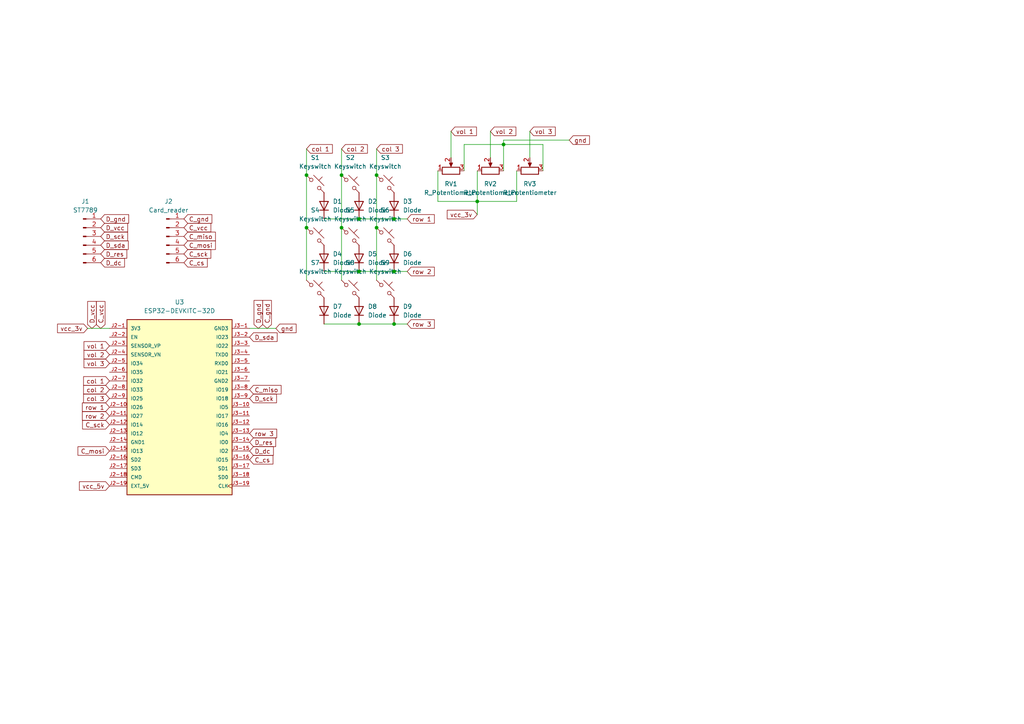
<source format=kicad_sch>
(kicad_sch (version 20231120) (generator "eeschema") (generator_version "8.0")
  (paper "A4")
  (lib_symbols
    (symbol "Connector:Conn_01x06_Pin" (pin_names (offset 1.016) hide)
      (property "Reference" "J" (at 0 7.62 0))
      (property "Value" "Conn_01x06_Pin" (at 0 -10.16 0))
      (symbol "Conn_01x06_Pin_1_1"
        (polyline (pts (xy 1.27 -7.62) (xy 0.8636 -7.62)) (stroke (width 0.1524)))
        (polyline (pts (xy 1.27 -5.08) (xy 0.8636 -5.08)) (stroke (width 0.1524)))
        (polyline (pts (xy 1.27 -2.54) (xy 0.8636 -2.54)) (stroke (width 0.1524)))
        (polyline (pts (xy 1.27 0) (xy 0.8636 0)) (stroke (width 0.1524)))
        (polyline (pts (xy 1.27 2.54) (xy 0.8636 2.54)) (stroke (width 0.1524)))
        (polyline (pts (xy 1.27 5.08) (xy 0.8636 5.08)) (stroke (width 0.1524)))
        (rectangle (start 0.8636 -7.493) (end 0 -7.747) (stroke (width 0.1524)) (fill (type outline)))
        (rectangle (start 0.8636 -4.953) (end 0 -5.207) (stroke (width 0.1524)) (fill (type outline)))
        (rectangle (start 0.8636 -2.413) (end 0 -2.667) (stroke (width 0.1524)) (fill (type outline)))
        (rectangle (start 0.8636 0.127) (end 0 -0.127) (stroke (width 0.1524)) (fill (type outline)))
        (rectangle (start 0.8636 2.667) (end 0 2.413) (stroke (width 0.1524)) (fill (type outline)))
        (rectangle (start 0.8636 5.207) (end 0 4.953) (stroke (width 0.1524)) (fill (type outline)))
        (pin passive line (at 5.08 5.08 180) (length 3.81) (name "Pin_1") (number "1"))
        (pin passive line (at 5.08 2.54 180) (length 3.81) (name "Pin_2") (number "2"))
        (pin passive line (at 5.08 0 180) (length 3.81) (name "Pin_3") (number "3"))
        (pin passive line (at 5.08 -2.54 180) (length 3.81) (name "Pin_4") (number "4"))
        (pin passive line (at 5.08 -5.08 180) (length 3.81) (name "Pin_5") (number "5"))
        (pin passive line (at 5.08 -7.62 180) (length 3.81) (name "Pin_6") (number "6"))
      )
    )
    (symbol "Device:R_Potentiometer" (pin_names (offset 1.016) hide)
      (property "Reference" "RV" (at -4.445 0 90))
      (property "Value" "R_Potentiometer" (at -2.54 0 90))
      (symbol "R_Potentiometer_0_1"
        (polyline (pts (xy 2.54 0) (xy 1.524 0)))
        (polyline (pts (xy 1.143 0) (xy 2.286 0.508) (xy 2.286 -0.508) (xy 1.143 0)) (fill (type outline)))
        (rectangle (start 1.016 2.54) (end -1.016 -2.54) (stroke (width 0.254)))
      )
      (symbol "R_Potentiometer_1_1"
        (pin passive line (at 0 3.81 270) (length 1.27) (name "1") (number "1"))
        (pin passive line (at 3.81 0 180) (length 1.27) (name "2") (number "2"))
        (pin passive line (at 0 -3.81 90) (length 1.27) (name "3") (number "3"))
      )
    )
    (symbol "ESP32-DEVKITC-32D:ESP32-DEVKITC-32D" (pin_names (offset 1.016))
      (property "Reference" "U" (at -15.2572 26.0643 0))
      (property "Value" "ESP32-DEVKITC-32D" (at -15.2563 -27.9698 0))
      (symbol "ESP32-DEVKITC-32D_0_0"
        (rectangle (start -15.24 -25.4) (end 15.24 25.4) (stroke (width 0.254)) (fill (type background)))
        (pin power_in line (at -20.32 22.86 0) (length 5.08) (name "3V3") (number "J2-1"))
        (pin bidirectional line (at -20.32 0 0) (length 5.08) (name "IO26") (number "J2-10"))
        (pin bidirectional line (at -20.32 -2.54 0) (length 5.08) (name "IO27") (number "J2-11"))
        (pin bidirectional line (at -20.32 -5.08 0) (length 5.08) (name "IO14") (number "J2-12"))
        (pin bidirectional line (at -20.32 -7.62 0) (length 5.08) (name "IO12") (number "J2-13"))
        (pin power_in line (at -20.32 -10.16 0) (length 5.08) (name "GND1") (number "J2-14"))
        (pin bidirectional line (at -20.32 -12.7 0) (length 5.08) (name "IO13") (number "J2-15"))
        (pin bidirectional line (at -20.32 -15.24 0) (length 5.08) (name "SD2") (number "J2-16"))
        (pin bidirectional line (at -20.32 -17.78 0) (length 5.08) (name "SD3") (number "J2-17"))
        (pin bidirectional line (at -20.32 -20.32 0) (length 5.08) (name "CMD") (number "J2-18"))
        (pin power_in line (at -20.32 -22.86 0) (length 5.08) (name "EXT_5V") (number "J2-19"))
        (pin input line (at -20.32 20.32 0) (length 5.08) (name "EN") (number "J2-2"))
        (pin input line (at -20.32 17.78 0) (length 5.08) (name "SENSOR_VP") (number "J2-3"))
        (pin input line (at -20.32 15.24 0) (length 5.08) (name "SENSOR_VN") (number "J2-4"))
        (pin bidirectional line (at -20.32 12.7 0) (length 5.08) (name "IO34") (number "J2-5"))
        (pin bidirectional line (at -20.32 10.16 0) (length 5.08) (name "IO35") (number "J2-6"))
        (pin bidirectional line (at -20.32 7.62 0) (length 5.08) (name "IO32") (number "J2-7"))
        (pin bidirectional line (at -20.32 5.08 0) (length 5.08) (name "IO33") (number "J2-8"))
        (pin bidirectional line (at -20.32 2.54 0) (length 5.08) (name "IO25") (number "J2-9"))
        (pin power_in line (at 20.32 22.86 180) (length 5.08) (name "GND3") (number "J3-1"))
        (pin bidirectional line (at 20.32 0 180) (length 5.08) (name "IO5") (number "J3-10"))
        (pin bidirectional line (at 20.32 -2.54 180) (length 5.08) (name "IO17") (number "J3-11"))
        (pin bidirectional line (at 20.32 -5.08 180) (length 5.08) (name "IO16") (number "J3-12"))
        (pin bidirectional line (at 20.32 -7.62 180) (length 5.08) (name "IO4") (number "J3-13"))
        (pin bidirectional line (at 20.32 -10.16 180) (length 5.08) (name "IO0") (number "J3-14"))
        (pin bidirectional line (at 20.32 -12.7 180) (length 5.08) (name "IO2") (number "J3-15"))
        (pin bidirectional line (at 20.32 -15.24 180) (length 5.08) (name "IO15") (number "J3-16"))
        (pin bidirectional line (at 20.32 -17.78 180) (length 5.08) (name "SD1") (number "J3-17"))
        (pin bidirectional line (at 20.32 -20.32 180) (length 5.08) (name "SD0") (number "J3-18"))
        (pin input clock (at 20.32 -22.86 180) (length 5.08) (name "CLK") (number "J3-19"))
        (pin bidirectional line (at 20.32 20.32 180) (length 5.08) (name "IO23") (number "J3-2"))
        (pin bidirectional line (at 20.32 17.78 180) (length 5.08) (name "IO22") (number "J3-3"))
        (pin output line (at 20.32 15.24 180) (length 5.08) (name "TXD0") (number "J3-4"))
        (pin input line (at 20.32 12.7 180) (length 5.08) (name "RXD0") (number "J3-5"))
        (pin bidirectional line (at 20.32 10.16 180) (length 5.08) (name "IO21") (number "J3-6"))
        (pin power_in line (at 20.32 7.62 180) (length 5.08) (name "GND2") (number "J3-7"))
        (pin bidirectional line (at 20.32 5.08 180) (length 5.08) (name "IO19") (number "J3-8"))
        (pin bidirectional line (at 20.32 2.54 180) (length 5.08) (name "IO18") (number "J3-9"))
      )
    )
    (symbol "ScottoKeebs:Placeholder_Diode" (pin_numbers hide) (pin_names hide)
      (property "Reference" "D" (at 0 2.54 0))
      (property "Value" "Diode" (at 0 -2.54 0))
      (symbol "Placeholder_Diode_0_1"
        (polyline (pts (xy -1.27 1.27) (xy -1.27 -1.27)) (stroke (width 0.254)))
        (polyline (pts (xy 1.27 0) (xy -1.27 0)))
        (polyline (pts (xy 1.27 1.27) (xy 1.27 -1.27) (xy -1.27 0) (xy 1.27 1.27)) (stroke (width 0.254)))
      )
      (symbol "Placeholder_Diode_1_1"
        (pin passive line (at -3.81 0 0) (length 2.54) (name "K") (number "1"))
        (pin passive line (at 3.81 0 180) (length 2.54) (name "A") (number "2"))
      )
    )
    (symbol "ScottoKeebs:Placeholder_Keyswitch" (pin_numbers hide) (pin_names (offset 1.016) hide)
      (property "Reference" "S" (at 3.048 1.016 0))
      (property "Value" "Keyswitch" (at 0 -3.81 0))
      (symbol "Placeholder_Keyswitch_0_1"
        (circle (center -1.1684 1.1684) (radius 0.508))
        (polyline (pts (xy -0.508 2.54) (xy 2.54 -0.508)))
        (polyline (pts (xy 1.016 1.016) (xy 2.032 2.032)))
        (polyline (pts (xy -2.54 2.54) (xy -1.524 1.524) (xy -1.524 1.524)))
        (polyline (pts (xy 1.524 -1.524) (xy 2.54 -2.54) (xy 2.54 -2.54) (xy 2.54 -2.54)))
        (circle (center 1.143 -1.1938) (radius 0.508))
        (pin passive line (at -2.54 2.54 0) (length 0) (name "1") (number "1"))
        (pin passive line (at 2.54 -2.54 180) (length 0) (name "2") (number "2"))
      )
    )
  )
  (junction (at 114.3 78.74))
  (junction (at 88.9 50.8))
  (junction (at 114.3 93.98))
  (junction (at 88.9 66.04))
  (junction (at 138.43 58.42))
  (junction (at 109.22 50.8))
  (junction (at 104.14 93.98))
  (junction (at 104.14 63.5))
  (junction (at 114.3 63.5))
  (junction (at 109.22 66.04))
  (junction (at 99.06 50.8))
  (junction (at 99.06 66.04))
  (junction (at 104.14 78.74))
  (junction (at 146.05 41.91))
  (wire (pts (xy 134.62 49.53) (xy 134.62 41.91)))
  (wire (pts (xy 104.14 78.74) (xy 114.3 78.74)))
  (wire (pts (xy 93.98 78.74) (xy 104.14 78.74)))
  (wire (pts (xy 146.05 41.91) (xy 157.48 41.91)))
  (wire (pts (xy 118.11 93.98) (xy 114.3 93.98)))
  (wire (pts (xy 149.86 49.53) (xy 149.86 58.42)))
  (wire (pts (xy 127 49.53) (xy 127 58.42)))
  (wire (pts (xy 99.06 50.8) (xy 99.06 66.04)))
  (wire (pts (xy 138.43 58.42) (xy 138.43 49.53)))
  (wire (pts (xy 99.06 66.04) (xy 99.06 81.28)))
  (wire (pts (xy 88.9 50.8) (xy 88.9 66.04)))
  (wire (pts (xy 109.22 50.8) (xy 109.22 66.04)))
  (wire (pts (xy 146.05 41.91) (xy 146.05 49.53)))
  (wire (pts (xy 118.11 63.5) (xy 114.3 63.5)))
  (wire (pts (xy 138.43 58.42) (xy 149.86 58.42)))
  (wire (pts (xy 93.98 63.5) (xy 104.14 63.5)))
  (wire (pts (xy 104.14 93.98) (xy 114.3 93.98)))
  (wire (pts (xy 88.9 43.18) (xy 88.9 50.8)))
  (wire (pts (xy 142.24 38.1) (xy 142.24 45.72)))
  (wire (pts (xy 93.98 93.98) (xy 104.14 93.98)))
  (wire (pts (xy 153.67 38.1) (xy 153.67 45.72)))
  (wire (pts (xy 104.14 63.5) (xy 114.3 63.5)))
  (wire (pts (xy 99.06 43.18) (xy 99.06 50.8)))
  (wire (pts (xy 88.9 66.04) (xy 88.9 81.28)))
  (wire (pts (xy 127 58.42) (xy 138.43 58.42)))
  (wire (pts (xy 157.48 41.91) (xy 157.48 49.53)))
  (wire (pts (xy 109.22 43.18) (xy 109.22 50.8)))
  (wire (pts (xy 130.81 38.1) (xy 130.81 45.72)))
  (wire (pts (xy 138.43 62.23) (xy 138.43 58.42)))
  (wire (pts (xy 118.11 78.74) (xy 114.3 78.74)))
  (wire (pts (xy 80.01 95.25) (xy 72.39 95.25)))
  (wire (pts (xy 109.22 66.04) (xy 109.22 81.28)))
  (wire (pts (xy 146.05 40.64) (xy 146.05 41.91)))
  (wire (pts (xy 25.4 95.25) (xy 31.75 95.25)))
  (wire (pts (xy 165.1 40.64) (xy 146.05 40.64)))
  (wire (pts (xy 134.62 41.91) (xy 146.05 41.91)))
  (global_label "C_miso" (shape input) (at 53.34 68.58 0) (property "Intersheetrefs" "${INTERSHEET_REFS}" (effects (hide yes))))
  (global_label "vcc_5v" (shape input) (at 31.75 140.97 180) (property "Intersheetrefs" "${INTERSHEET_REFS}" (effects (hide yes))))
  (global_label "vcc_3v" (shape input) (at 138.43 62.23 180) (property "Intersheetrefs" "${INTERSHEET_REFS}" (effects (hide yes))))
  (global_label "C_sck" (shape input) (at 53.34 73.66 0) (property "Intersheetrefs" "${INTERSHEET_REFS}" (effects (hide yes))))
  (global_label "row 1" (shape input) (at 31.75 118.11 180) (property "Intersheetrefs" "${INTERSHEET_REFS}" (effects (hide yes))))
  (global_label "D_gnd" (shape input) (at 29.21 63.5 0) (property "Intersheetrefs" "${INTERSHEET_REFS}" (effects (hide yes))))
  (global_label "gnd" (shape input) (at 165.1 40.64 0) (property "Intersheetrefs" "${INTERSHEET_REFS}" (effects (hide yes))))
  (global_label "col 3" (shape input) (at 31.75 115.57 180) (property "Intersheetrefs" "${INTERSHEET_REFS}" (effects (hide yes))))
  (global_label "C_gnd" (shape input) (at 53.34 63.5 0) (property "Intersheetrefs" "${INTERSHEET_REFS}" (effects (hide yes))))
  (global_label "C_vcc" (shape input) (at 29.21 95.25 90) (property "Intersheetrefs" "${INTERSHEET_REFS}" (effects (hide yes))))
  (global_label "col 2" (shape input) (at 31.75 113.03 180) (property "Intersheetrefs" "${INTERSHEET_REFS}" (effects (hide yes))))
  (global_label "vol 2" (shape input) (at 31.75 102.87 180) (property "Intersheetrefs" "${INTERSHEET_REFS}" (effects (hide yes))))
  (global_label "D_vcc" (shape input) (at 26.67 95.25 90) (property "Intersheetrefs" "${INTERSHEET_REFS}" (effects (hide yes))))
  (global_label "vol 1" (shape input) (at 31.75 100.33 180) (property "Intersheetrefs" "${INTERSHEET_REFS}" (effects (hide yes))))
  (global_label "row 2" (shape input) (at 118.11 78.74 0) (property "Intersheetrefs" "${INTERSHEET_REFS}" (effects (hide yes))))
  (global_label "D_dc" (shape input) (at 72.39 130.81 0) (property "Intersheetrefs" "${INTERSHEET_REFS}" (effects (hide yes))))
  (global_label "col 1" (shape input) (at 88.9 43.18 0) (property "Intersheetrefs" "${INTERSHEET_REFS}" (effects (hide yes))))
  (global_label "C_cs" (shape input) (at 72.39 133.35 0) (property "Intersheetrefs" "${INTERSHEET_REFS}" (effects (hide yes))))
  (global_label "C_cs" (shape input) (at 53.34 76.2 0) (property "Intersheetrefs" "${INTERSHEET_REFS}" (effects (hide yes))))
  (global_label "col 2" (shape input) (at 99.06 43.18 0) (property "Intersheetrefs" "${INTERSHEET_REFS}" (effects (hide yes))))
  (global_label "D_gnd" (shape input) (at 74.93 95.25 90) (property "Intersheetrefs" "${INTERSHEET_REFS}" (effects (hide yes))))
  (global_label "D_sda" (shape input) (at 72.39 97.79 0) (property "Intersheetrefs" "${INTERSHEET_REFS}" (effects (hide yes))))
  (global_label "D_sda" (shape input) (at 29.21 71.12 0) (property "Intersheetrefs" "${INTERSHEET_REFS}" (effects (hide yes))))
  (global_label "C_miso" (shape input) (at 72.39 113.03 0) (property "Intersheetrefs" "${INTERSHEET_REFS}" (effects (hide yes))))
  (global_label "vol 3" (shape input) (at 153.67 38.1 0) (property "Intersheetrefs" "${INTERSHEET_REFS}" (effects (hide yes))))
  (global_label "row 2" (shape input) (at 31.75 120.65 180) (property "Intersheetrefs" "${INTERSHEET_REFS}" (effects (hide yes))))
  (global_label "vol 1" (shape input) (at 130.81 38.1 0) (property "Intersheetrefs" "${INTERSHEET_REFS}" (effects (hide yes))))
  (global_label "gnd" (shape input) (at 80.01 95.25 0) (property "Intersheetrefs" "${INTERSHEET_REFS}" (effects (hide yes))))
  (global_label "D_sck" (shape input) (at 72.39 115.57 0) (property "Intersheetrefs" "${INTERSHEET_REFS}" (effects (hide yes))))
  (global_label "C_mosi" (shape input) (at 53.34 71.12 0) (property "Intersheetrefs" "${INTERSHEET_REFS}" (effects (hide yes))))
  (global_label "vol 3" (shape input) (at 31.75 105.41 180) (property "Intersheetrefs" "${INTERSHEET_REFS}" (effects (hide yes))))
  (global_label "vol 2" (shape input) (at 142.24 38.1 0) (property "Intersheetrefs" "${INTERSHEET_REFS}" (effects (hide yes))))
  (global_label "row 1" (shape input) (at 118.11 63.5 0) (property "Intersheetrefs" "${INTERSHEET_REFS}" (effects (hide yes))))
  (global_label "D_sck" (shape input) (at 29.21 68.58 0) (property "Intersheetrefs" "${INTERSHEET_REFS}" (effects (hide yes))))
  (global_label "D_res" (shape input) (at 29.21 73.66 0) (property "Intersheetrefs" "${INTERSHEET_REFS}" (effects (hide yes))))
  (global_label "D_dc" (shape input) (at 29.21 76.2 0) (property "Intersheetrefs" "${INTERSHEET_REFS}" (effects (hide yes))))
  (global_label "vcc_3v" (shape input) (at 25.4 95.25 180) (property "Intersheetrefs" "${INTERSHEET_REFS}" (effects (hide yes))))
  (global_label "D_res" (shape input) (at 72.39 128.27 0) (property "Intersheetrefs" "${INTERSHEET_REFS}" (effects (hide yes))))
  (global_label "C_mosi" (shape input) (at 31.75 130.81 180) (property "Intersheetrefs" "${INTERSHEET_REFS}" (effects (hide yes))))
  (global_label "col 1" (shape input) (at 31.75 110.49 180) (property "Intersheetrefs" "${INTERSHEET_REFS}" (effects (hide yes))))
  (global_label "C_gnd" (shape input) (at 77.47 95.25 90) (property "Intersheetrefs" "${INTERSHEET_REFS}" (effects (hide yes))))
  (global_label "col 3" (shape input) (at 109.22 43.18 0) (property "Intersheetrefs" "${INTERSHEET_REFS}" (effects (hide yes))))
  (global_label "D_vcc" (shape input) (at 29.21 66.04 0) (property "Intersheetrefs" "${INTERSHEET_REFS}" (effects (hide yes))))
  (global_label "row 3" (shape input) (at 118.11 93.98 0) (property "Intersheetrefs" "${INTERSHEET_REFS}" (effects (hide yes))))
  (global_label "row 3" (shape input) (at 72.39 125.73 0) (property "Intersheetrefs" "${INTERSHEET_REFS}" (effects (hide yes))))
  (global_label "C_vcc" (shape input) (at 53.34 66.04 0) (property "Intersheetrefs" "${INTERSHEET_REFS}" (effects (hide yes))))
  (global_label "C_sck" (shape input) (at 31.75 123.19 180) (property "Intersheetrefs" "${INTERSHEET_REFS}" (effects (hide yes))))
  (symbol (lib_id "ScottoKeebs:Placeholder_Diode") (at 104.14 90.17 90) (unit 1)
    (property "Reference" "D8" (at 106.68 88.8999 90) (effects (justify right)))
    (property "Value" "Diode" (at 106.68 91.4399 90) (effects (justify right)))
    (property "Footprint" "ScottoKeebs_Scotto:DO-35" (effects (hide yes)))
    (property "Description" "1N4148 (DO-35) or 1N4148W (SOD-123)" (effects (hide yes)))
    (property "Sim.Device" "D" (effects (hide yes)))
    (property "Sim.Pins" "1=K 2=A" (effects (hide yes)))
  )
  (symbol (lib_id "ScottoKeebs:Placeholder_Diode") (at 114.3 59.69 90) (unit 1)
    (property "Reference" "D3" (at 116.84 58.4199 90) (effects (justify right)))
    (property "Value" "Diode" (at 116.84 60.9599 90) (effects (justify right)))
    (property "Footprint" "ScottoKeebs_Scotto:DO-35" (effects (hide yes)))
    (property "Description" "1N4148 (DO-35) or 1N4148W (SOD-123)" (effects (hide yes)))
    (property "Sim.Device" "D" (effects (hide yes)))
    (property "Sim.Pins" "1=K 2=A" (effects (hide yes)))
  )
  (symbol (lib_id "ScottoKeebs:Placeholder_Keyswitch") (at 91.44 53.34 0) (unit 1)
    (property "Reference" "S1" (at 91.44 45.72 0))
    (property "Value" "Keyswitch" (at 91.44 48.26 0))
    (property "Footprint" "ScottoKeebs_MX:MX_PCB_1.00u" (effects (hide yes)))
    (property "Description" "Push button switch, normally open, two pins, 45° tilted" (effects (hide yes)))
  )
  (symbol (lib_id "Device:R_Potentiometer") (at 142.24 49.53 90) (unit 1)
    (property "Reference" "RV2" (at 142.24 53.34 90))
    (property "Value" "R_Potentiometer" (at 142.24 55.88 90))
    (property "Footprint" "Potentiometer_THT:Potentiometer_Alpha_RD901F-40-00D_Single_Vertical" (effects (hide yes)))
    (property "Description" "Potentiometer" (effects (hide yes)))
  )
  (symbol (lib_id "ScottoKeebs:Placeholder_Diode") (at 114.3 74.93 90) (unit 1)
    (property "Reference" "D6" (at 116.84 73.6599 90) (effects (justify right)))
    (property "Value" "Diode" (at 116.84 76.1999 90) (effects (justify right)))
    (property "Footprint" "ScottoKeebs_Scotto:DO-35" (effects (hide yes)))
    (property "Description" "1N4148 (DO-35) or 1N4148W (SOD-123)" (effects (hide yes)))
    (property "Sim.Device" "D" (effects (hide yes)))
    (property "Sim.Pins" "1=K 2=A" (effects (hide yes)))
  )
  (symbol (lib_id "ScottoKeebs:Placeholder_Diode") (at 114.3 90.17 90) (unit 1)
    (property "Reference" "D9" (at 116.84 88.8999 90) (effects (justify right)))
    (property "Value" "Diode" (at 116.84 91.4399 90) (effects (justify right)))
    (property "Footprint" "ScottoKeebs_Scotto:DO-35" (effects (hide yes)))
    (property "Description" "1N4148 (DO-35) or 1N4148W (SOD-123)" (effects (hide yes)))
    (property "Sim.Device" "D" (effects (hide yes)))
    (property "Sim.Pins" "1=K 2=A" (effects (hide yes)))
  )
  (symbol (lib_id "ScottoKeebs:Placeholder_Diode") (at 93.98 59.69 90) (unit 1)
    (property "Reference" "D1" (at 96.52 58.4199 90) (effects (justify right)))
    (property "Value" "Diode" (at 96.52 60.9599 90) (effects (justify right)))
    (property "Footprint" "ScottoKeebs_Scotto:DO-35" (effects (hide yes)))
    (property "Description" "1N4148 (DO-35) or 1N4148W (SOD-123)" (effects (hide yes)))
    (property "Sim.Device" "D" (effects (hide yes)))
    (property "Sim.Pins" "1=K 2=A" (effects (hide yes)))
  )
  (symbol (lib_id "Device:R_Potentiometer") (at 153.67 49.53 90) (unit 1)
    (property "Reference" "RV3" (at 153.67 53.34 90))
    (property "Value" "R_Potentiometer" (at 153.67 55.88 90))
    (property "Footprint" "Potentiometer_THT:Potentiometer_Alpha_RD901F-40-00D_Single_Vertical" (effects (hide yes)))
    (property "Description" "Potentiometer" (effects (hide yes)))
  )
  (symbol (lib_id "Connector:Conn_01x06_Pin") (at 24.13 68.58 0) (unit 1)
    (property "Reference" "J1" (at 24.765 58.42 0))
    (property "Value" "ST7789" (at 24.765 60.96 0))
    (property "Footprint" "Connector_PinHeader_2.54mm:PinHeader_1x06_P2.54mm_Vertical" (effects (hide yes)))
    (property "Description" "Generic connector, single row, 01x06, script generated" (effects (hide yes)))
  )
  (symbol (lib_id "ScottoKeebs:Placeholder_Keyswitch") (at 111.76 83.82 0) (unit 1)
    (property "Reference" "S9" (at 111.76 76.2 0))
    (property "Value" "Keyswitch" (at 111.76 78.74 0))
    (property "Footprint" "ScottoKeebs_MX:MX_PCB_1.00u" (effects (hide yes)))
    (property "Description" "Push button switch, normally open, two pins, 45° tilted" (effects (hide yes)))
  )
  (symbol (lib_id "ScottoKeebs:Placeholder_Keyswitch") (at 111.76 68.58 0) (unit 1)
    (property "Reference" "S6" (at 111.76 60.96 0))
    (property "Value" "Keyswitch" (at 111.76 63.5 0))
    (property "Footprint" "ScottoKeebs_MX:MX_PCB_1.00u" (effects (hide yes)))
    (property "Description" "Push button switch, normally open, two pins, 45° tilted" (effects (hide yes)))
  )
  (symbol (lib_id "ScottoKeebs:Placeholder_Keyswitch") (at 91.44 83.82 0) (unit 1)
    (property "Reference" "S7" (at 91.44 76.2 0))
    (property "Value" "Keyswitch" (at 91.44 78.74 0))
    (property "Footprint" "ScottoKeebs_MX:MX_PCB_1.00u" (effects (hide yes)))
    (property "Description" "Push button switch, normally open, two pins, 45° tilted" (effects (hide yes)))
  )
  (symbol (lib_id "Connector:Conn_01x06_Pin") (at 48.26 68.58 0) (unit 1)
    (property "Reference" "J2" (at 48.895 58.42 0))
    (property "Value" "Card_reader" (at 48.895 60.96 0))
    (property "Footprint" "Connector_PinHeader_2.54mm:PinHeader_1x06_P2.54mm_Vertical" (effects (hide yes)))
    (property "Description" "Generic connector, single row, 01x06, script generated" (effects (hide yes)))
  )
  (symbol (lib_id "Device:R_Potentiometer") (at 130.81 49.53 90) (unit 1)
    (property "Reference" "RV1" (at 130.81 53.34 90))
    (property "Value" "R_Potentiometer" (at 130.81 55.88 90))
    (property "Footprint" "Potentiometer_THT:Potentiometer_Alpha_RD901F-40-00D_Single_Vertical" (effects (hide yes)))
    (property "Description" "Potentiometer" (effects (hide yes)))
  )
  (symbol (lib_id "ScottoKeebs:Placeholder_Keyswitch") (at 91.44 68.58 0) (unit 1)
    (property "Reference" "S4" (at 91.44 60.96 0))
    (property "Value" "Keyswitch" (at 91.44 63.5 0))
    (property "Footprint" "ScottoKeebs_MX:MX_PCB_1.00u" (effects (hide yes)))
    (property "Description" "Push button switch, normally open, two pins, 45° tilted" (effects (hide yes)))
  )
  (symbol (lib_id "ScottoKeebs:Placeholder_Keyswitch") (at 101.6 68.58 0) (unit 1)
    (property "Reference" "S5" (at 101.6 60.96 0))
    (property "Value" "Keyswitch" (at 101.6 63.5 0))
    (property "Footprint" "ScottoKeebs_MX:MX_PCB_1.00u" (effects (hide yes)))
    (property "Description" "Push button switch, normally open, two pins, 45° tilted" (effects (hide yes)))
  )
  (symbol (lib_id "ScottoKeebs:Placeholder_Diode") (at 93.98 74.93 90) (unit 1)
    (property "Reference" "D4" (at 96.52 73.6599 90) (effects (justify right)))
    (property "Value" "Diode" (at 96.52 76.1999 90) (effects (justify right)))
    (property "Footprint" "ScottoKeebs_Scotto:DO-35" (effects (hide yes)))
    (property "Description" "1N4148 (DO-35) or 1N4148W (SOD-123)" (effects (hide yes)))
    (property "Sim.Device" "D" (effects (hide yes)))
    (property "Sim.Pins" "1=K 2=A" (effects (hide yes)))
  )
  (symbol (lib_id "ScottoKeebs:Placeholder_Diode") (at 93.98 90.17 90) (unit 1)
    (property "Reference" "D7" (at 96.52 88.8999 90) (effects (justify right)))
    (property "Value" "Diode" (at 96.52 91.4399 90) (effects (justify right)))
    (property "Footprint" "ScottoKeebs_Scotto:DO-35" (effects (hide yes)))
    (property "Description" "1N4148 (DO-35) or 1N4148W (SOD-123)" (effects (hide yes)))
    (property "Sim.Device" "D" (effects (hide yes)))
    (property "Sim.Pins" "1=K 2=A" (effects (hide yes)))
  )
  (symbol (lib_id "ScottoKeebs:Placeholder_Keyswitch") (at 101.6 53.34 0) (unit 1)
    (property "Reference" "S2" (at 101.6 45.72 0))
    (property "Value" "Keyswitch" (at 101.6 48.26 0))
    (property "Footprint" "ScottoKeebs_MX:MX_PCB_1.00u" (effects (hide yes)))
    (property "Description" "Push button switch, normally open, two pins, 45° tilted" (effects (hide yes)))
  )
  (symbol (lib_id "ScottoKeebs:Placeholder_Keyswitch") (at 101.6 83.82 0) (unit 1)
    (property "Reference" "S8" (at 101.6 76.2 0))
    (property "Value" "Keyswitch" (at 101.6 78.74 0))
    (property "Footprint" "ScottoKeebs_MX:MX_PCB_1.00u" (effects (hide yes)))
    (property "Description" "Push button switch, normally open, two pins, 45° tilted" (effects (hide yes)))
  )
  (symbol (lib_id "ScottoKeebs:Placeholder_Diode") (at 104.14 59.69 90) (unit 1)
    (property "Reference" "D2" (at 106.68 58.4199 90) (effects (justify right)))
    (property "Value" "Diode" (at 106.68 60.9599 90) (effects (justify right)))
    (property "Footprint" "ScottoKeebs_Scotto:DO-35" (effects (hide yes)))
    (property "Description" "1N4148 (DO-35) or 1N4148W (SOD-123)" (effects (hide yes)))
    (property "Sim.Device" "D" (effects (hide yes)))
    (property "Sim.Pins" "1=K 2=A" (effects (hide yes)))
  )
  (symbol (lib_id "ScottoKeebs:Placeholder_Diode") (at 104.14 74.93 90) (unit 1)
    (property "Reference" "D5" (at 106.68 73.6599 90) (effects (justify right)))
    (property "Value" "Diode" (at 106.68 76.1999 90) (effects (justify right)))
    (property "Footprint" "ScottoKeebs_Scotto:DO-35" (effects (hide yes)))
    (property "Description" "1N4148 (DO-35) or 1N4148W (SOD-123)" (effects (hide yes)))
    (property "Sim.Device" "D" (effects (hide yes)))
    (property "Sim.Pins" "1=K 2=A" (effects (hide yes)))
  )
  (symbol (lib_id "ScottoKeebs:Placeholder_Keyswitch") (at 111.76 53.34 0) (unit 1)
    (property "Reference" "S3" (at 111.76 45.72 0))
    (property "Value" "Keyswitch" (at 111.76 48.26 0))
    (property "Footprint" "ScottoKeebs_MX:MX_PCB_1.00u" (effects (hide yes)))
    (property "Description" "Push button switch, normally open, two pins, 45° tilted" (effects (hide yes)))
  )
  (symbol (lib_id "ESP32-DEVKITC-32D:ESP32-DEVKITC-32D") (at 52.07 118.11 0) (unit 1)
    (property "Reference" "U3" (at 52.07 87.63 0))
    (property "Value" "ESP32-DEVKITC-32D" (at 52.07 90.17 0))
    (property "Footprint" "ESP32-DEVKITC-32D:MODULE_ESP32-DEVKITC-32D" (effects (hide yes)))
    (property "MF" "Espressif Systems" (effects (hide yes)))
    (property "MAXIMUM_PACKAGE_HEIGHT" "N/A" (effects (hide yes)))
    (property "Package" "None" (effects (hide yes)))
    (property "Price" "None" (effects (hide yes)))
    (property "Check_prices" "https://www.snapeda.com/parts/ESP32-DEVKITC-32D/Espressif+Systems/view-part/?ref=eda" (effects (hide yes)))
    (property "STANDARD" "Manufacturer Recommendations" (effects (hide yes)))
    (property "PARTREV" "V4" (effects (hide yes)))
    (property "SnapEDA_Link" "https://www.snapeda.com/parts/ESP32-DEVKITC-32D/Espressif+Systems/view-part/?ref=snap" (effects (hide yes)))
    (property "MP" "ESP32-DEVKITC-32D" (effects (hide yes)))
    (property "Description_1" "\nWiFi Development Tools (802.11) ESP32 General Development Kit, ESP32-WROOM-32D on the board\n" (effects (hide yes)))
    (property "MANUFACTURER" "Espressif Systems" (effects (hide yes)))
    (property "Availability" "In Stock" (effects (hide yes)))
    (property "SNAPEDA_PN" "ESP32-DEVKITC-32D" (effects (hide yes)))
  )
)
</source>
